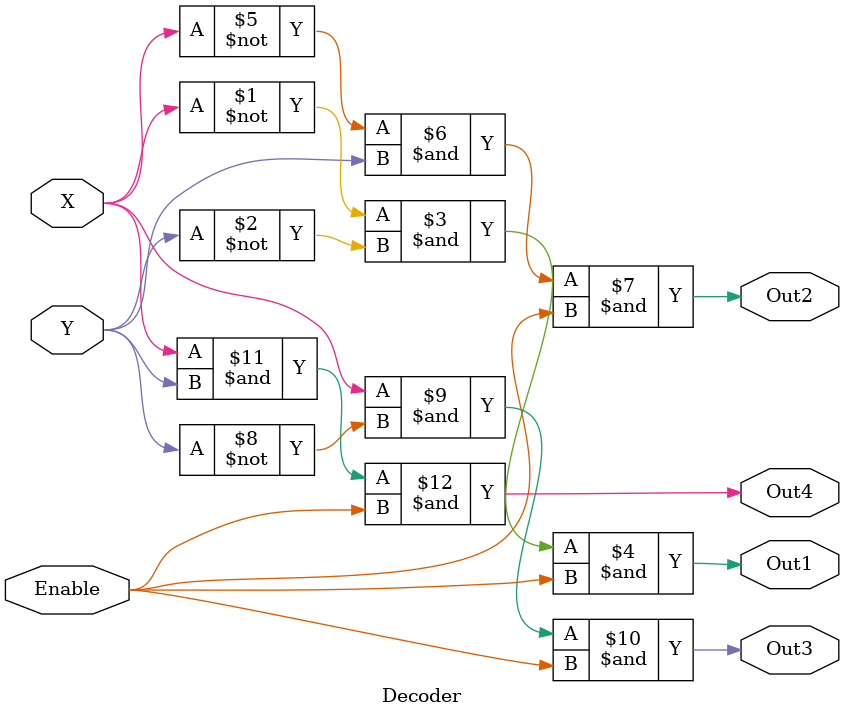
<source format=v>
module Decoder(X,Y,Enable,Out1,Out2,Out3,Out4);
	input X,Y,Enable;
	output Out1,Out2,Out3,Out4;
	assign Out1 = ~X&~Y&Enable;
	assign Out2 = ~X&Y&Enable;
	assign Out3 = X&~Y&Enable;
	assign Out4 = X&Y&Enable;
endmodule

</source>
